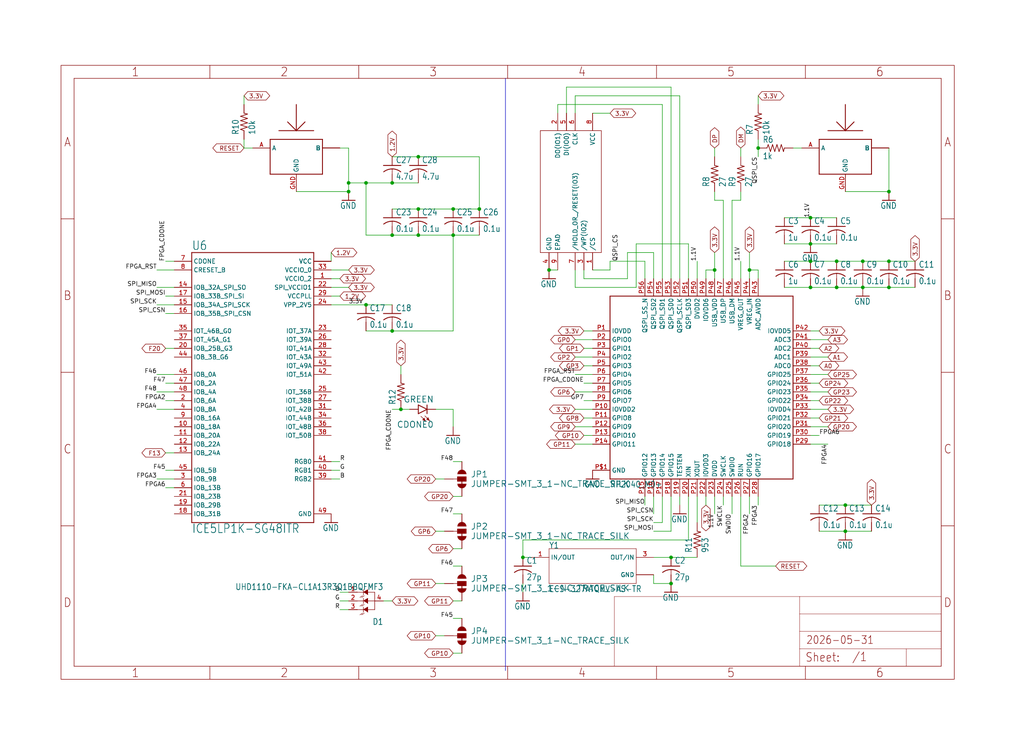
<source format=kicad_sch>
(kicad_sch (version 20231120) (generator "eeschema") (generator_version "8.0")
  (paper "User" 298.45 217.322)
  (junction (at 101.6 53.34))
  (junction (at 132.08 60.96))
  (junction (at 243.84 83.82))
  (junction (at 208.28 78.74))
  (junction (at 236.22 71.12))
  (junction (at 236.22 76.2))
  (junction (at 114.3 53.34))
  (junction (at 132.08 68.58))
  (junction (at 251.46 83.82))
  (junction (at 218.44 78.74))
  (junction (at 195.58 170.18))
  (junction (at 259.08 83.82))
  (junction (at 236.22 83.82))
  (junction (at 246.38 154.94))
  (junction (at 251.46 76.2))
  (junction (at 121.92 60.96))
  (junction (at 236.22 63.5))
  (junction (at 106.68 88.9))
  (junction (at 114.3 68.58))
  (junction (at 152.4 162.56))
  (junction (at 160.02 78.74))
  (junction (at 121.92 45.72))
  (junction (at 121.92 68.58))
  (junction (at 116.84 119.38))
  (junction (at 246.38 147.32))
  (junction (at 220.98 43.18))
  (junction (at 101.6 55.88))
  (junction (at 106.68 53.34))
  (junction (at 243.84 76.2))
  (junction (at 114.3 96.52))
  (junction (at 195.58 162.56))
  (junction (at 259.08 76.2))
  (junction (at 139.7 60.96))
  (junction (at 259.08 55.88))
  (wire (pts (xy 193.04 152.4) (xy 190.5 152.4)) (stroke (width 0.1524)))
  (wire (pts (xy 190.5 170.18) (xy 195.58 170.18)) (stroke (width 0.1524)))
  (wire (pts (xy 50.8 119.38) (xy 45.72 119.38)) (stroke (width 0.1524)))
  (wire (pts (xy 172.72 109.22) (xy 167.64 109.22)) (stroke (width 0.1524)))
  (wire (pts (xy 50.8 114.3) (xy 45.72 114.3)) (stroke (width 0.1524)))
  (wire (pts (xy 152.4 170.18) (xy 152.4 172.72)) (stroke (width 0.1524)))
  (wire (pts (xy 236.22 63.5) (xy 228.6 63.5)) (stroke (width 0.1524)))
  (wire (pts (xy 96.52 81.28) (xy 99.06 81.28)) (stroke (width 0.1524)))
  (wire (pts (xy 127 119.38) (xy 132.08 119.38)) (stroke (width 0.1524)))
  (wire (pts (xy 259.08 76.2) (xy 266.7 76.2)) (stroke (width 0.1524)))
  (wire (pts (xy 215.9 144.78) (xy 215.9 165.1)) (stroke (width 0.1524)))
  (wire (pts (xy 116.84 119.38) (xy 114.3 119.38)) (stroke (width 0.1524)))
  (wire (pts (xy 167.64 27.94) (xy 198.12 27.94)) (stroke (width 0.1524)))
  (wire (pts (xy 215.9 81.28) (xy 215.9 76.2)) (stroke (width 0.1524)))
  (wire (pts (xy 200.66 71.12) (xy 200.66 81.28)) (stroke (width 0.1524)))
  (wire (pts (xy 139.7 68.58) (xy 132.08 68.58)) (stroke (width 0.1524)))
  (wire (pts (xy 71.12 40.64) (xy 71.12 43.18)) (stroke (width 0.1524)))
  (wire (pts (xy 50.8 132.08) (xy 48.26 132.08)) (stroke (width 0.1524)))
  (wire (pts (xy 50.8 78.74) (xy 45.72 78.74)) (stroke (width 0.1524)))
  (wire (pts (xy 236.22 124.46) (xy 241.3 124.46)) (stroke (width 0.1524)))
  (wire (pts (xy 187.96 76.2) (xy 177.8 76.2)) (stroke (width 0.1524)))
  (wire (pts (xy 228.6 76.2) (xy 236.22 76.2)) (stroke (width 0.1524)))
  (wire (pts (xy 195.58 154.94) (xy 190.5 154.94)) (stroke (width 0.1524)))
  (wire (pts (xy 215.9 58.42) (xy 215.9 55.88)) (stroke (width 0.1524)))
  (wire (pts (xy 101.6 172.72) (xy 99.06 172.72)) (stroke (width 0.1524)))
  (wire (pts (xy 96.52 78.74) (xy 101.6 78.74)) (stroke (width 0.1524)))
  (wire (pts (xy 96.52 76.2) (xy 96.52 73.66)) (stroke (width 0.1524)))
  (wire (pts (xy 182.88 81.28) (xy 170.18 81.28)) (stroke (width 0.1524)))
  (wire (pts (xy 96.52 139.7) (xy 99.06 139.7)) (stroke (width 0.1524)))
  (wire (pts (xy 165.1 25.4) (xy 165.1 33.02)) (stroke (width 0.1524)))
  (wire (pts (xy 101.6 53.34) (xy 101.6 55.88)) (stroke (width 0.1524)))
  (wire (pts (xy 106.68 96.52) (xy 114.3 96.52)))
  (wire (pts (xy 152.4 157.48) (xy 152.4 162.56)) (stroke (width 0.1524)))
  (wire (pts (xy 101.6 43.18) (xy 101.6 53.34)) (stroke (width 0.1524)))
  (wire (pts (xy 172.72 33.02) (xy 177.8 33.02)) (stroke (width 0.1524)))
  (wire (pts (xy 121.92 53.34) (xy 114.3 53.34)) (stroke (width 0.1524)))
  (wire (pts (xy 203.2 81.28) (xy 203.2 76.2)) (stroke (width 0.1524)))
  (wire (pts (xy 236.22 101.6) (xy 238.76 101.6)) (stroke (width 0.1524)))
  (wire (pts (xy 200.66 144.78) (xy 200.66 157.48)) (stroke (width 0.1524)))
  (wire (pts (xy 236.22 116.84) (xy 238.76 116.84)) (stroke (width 0.1524)))
  (wire (pts (xy 129.54 170.18) (xy 127 170.18)) (stroke (width 0.1524)))
  (wire (pts (xy 134.62 160.02) (xy 132.08 160.02)) (stroke (width 0.1524)))
  (wire (pts (xy 236.22 119.38) (xy 241.3 119.38)) (stroke (width 0.1524)))
  (wire (pts (xy 228.6 83.82) (xy 236.22 83.82)) (stroke (width 0.1524)))
  (wire (pts (xy 210.82 58.42) (xy 208.28 58.42)) (stroke (width 0.1524)))
  (wire (pts (xy 190.5 73.66) (xy 182.88 73.66)) (stroke (width 0.1524)))
  (wire (pts (xy 236.22 111.76) (xy 238.76 111.76)) (stroke (width 0.1524)))
  (wire (pts (xy 134.62 144.78) (xy 132.08 144.78)) (stroke (width 0.1524)))
  (wire (pts (xy 134.62 149.86) (xy 132.08 149.86)) (stroke (width 0.1524)))
  (wire (pts (xy 236.22 127) (xy 238.76 127)) (stroke (width 0.1524)))
  (wire (pts (xy 162.56 33.02) (xy 162.56 30.48)) (stroke (width 0.1524)))
  (wire (pts (xy 220.98 40.64) (xy 220.98 43.18)) (stroke (width 0.1524)))
  (wire (pts (xy 210.82 144.78) (xy 210.82 147.32)) (stroke (width 0.1524)))
  (wire (pts (xy 213.36 144.78) (xy 213.36 149.86)) (stroke (width 0.1524)))
  (wire (pts (xy 251.46 83.82) (xy 259.08 83.82)) (stroke (width 0.1524)))
  (wire (pts (xy 139.7 45.72) (xy 139.7 60.96)) (stroke (width 0.1524)))
  (wire (pts (xy 50.8 83.82) (xy 45.72 83.82)) (stroke (width 0.1524)))
  (wire (pts (xy 172.72 104.14) (xy 167.64 104.14)) (stroke (width 0.1524)))
  (wire (pts (xy 213.36 81.28) (xy 213.36 58.42)) (stroke (width 0.1524)))
  (wire (pts (xy 203.2 144.78) (xy 203.2 152.4)) (stroke (width 0.1524)))
  (wire (pts (xy 172.72 101.6) (xy 170.18 101.6)) (stroke (width 0.1524)))
  (wire (pts (xy 182.88 73.66) (xy 182.88 81.28)) (stroke (width 0.1524)))
  (wire (pts (xy 259.08 83.82) (xy 266.7 83.82)) (stroke (width 0.1524)))
  (wire (pts (xy 200.66 157.48) (xy 152.4 157.48)) (stroke (width 0.1524)))
  (wire (pts (xy 218.44 81.28) (xy 218.44 78.74)) (stroke (width 0.1524)))
  (wire (pts (xy 170.18 81.28) (xy 170.18 78.74)) (stroke (width 0.1524)))
  (wire (pts (xy 236.22 83.82) (xy 243.84 83.82)) (stroke (width 0.1524)))
  (wire (pts (xy 218.44 144.78) (xy 218.44 149.86)) (stroke (width 0.1524)))
  (wire (pts (xy 236.22 76.2) (xy 243.84 76.2)) (stroke (width 0.1524)))
  (wire (pts (xy 187.96 144.78) (xy 187.96 147.32)) (stroke (width 0.1524)))
  (wire (pts (xy 50.8 91.44) (xy 48.26 91.44)) (stroke (width 0.1524)))
  (wire (pts (xy 208.28 58.42) (xy 208.28 55.88)) (stroke (width 0.1524)))
  (wire (pts (xy 96.52 137.16) (xy 99.06 137.16)) (stroke (width 0.1524)))
  (wire (pts (xy 259.08 55.88) (xy 259.08 43.18)) (stroke (width 0.1524)))
  (wire (pts (xy 172.72 96.52) (xy 170.18 96.52)) (stroke (width 0.1524)))
  (wire (pts (xy 246.38 147.32) (xy 254 147.32)) (stroke (width 0.1524)))
  (wire (pts (xy 121.92 68.58) (xy 114.3 68.58)) (stroke (width 0.1524)))
  (wire (pts (xy 236.22 96.52) (xy 238.76 96.52)) (stroke (width 0.1524)))
  (wire (pts (xy 236.22 109.22) (xy 241.3 109.22)) (stroke (width 0.1524)))
  (wire (pts (xy 246.38 154.94) (xy 254 154.94)) (stroke (width 0.1524)))
  (wire (pts (xy 205.74 144.78) (xy 205.74 147.32)) (stroke (width 0.1524)))
  (wire (pts (xy 195.58 25.4) (xy 165.1 25.4)) (stroke (width 0.1524)))
  (wire (pts (xy 236.22 121.92) (xy 238.76 121.92)) (stroke (width 0.1524)))
  (wire (pts (xy 215.9 45.72) (xy 215.9 43.18)) (stroke (width 0.1524)))
  (wire (pts (xy 208.28 78.74) (xy 208.28 73.66)) (stroke (width 0.1524)))
  (wire (pts (xy 167.64 78.74) (xy 167.64 83.82)) (stroke (width 0.1524)))
  (wire (pts (xy 114.3 96.52) (xy 132.08 96.52)))
  (wire (pts (xy 134.62 175.26) (xy 132.08 175.26)) (stroke (width 0.1524)))
  (wire (pts (xy 172.72 119.38) (xy 167.64 119.38)) (stroke (width 0.1524)))
  (wire (pts (xy 129.54 185.42) (xy 127 185.42)) (stroke (width 0.1524)))
  (wire (pts (xy 187.96 81.28) (xy 187.96 76.2)) (stroke (width 0.1524)))
  (wire (pts (xy 162.56 78.74) (xy 160.02 78.74)) (stroke (width 0.1524)))
  (wire (pts (xy 243.84 63.5) (xy 236.22 63.5)) (stroke (width 0.1524)))
  (wire (pts (xy 195.58 162.56) (xy 203.2 162.56)) (stroke (width 0.1524)))
  (wire (pts (xy 185.42 71.12) (xy 200.66 71.12)) (stroke (width 0.1524)))
  (wire (pts (xy 218.44 78.74) (xy 220.98 78.74)) (stroke (width 0.1524)))
  (wire (pts (xy 193.04 144.78) (xy 193.04 152.4)) (stroke (width 0.1524)))
  (wire (pts (xy 50.8 116.84) (xy 48.26 116.84)) (stroke (width 0.1524)))
  (wire (pts (xy 139.7 60.96) (xy 132.08 60.96)) (stroke (width 0.1524)))
  (wire (pts (xy 99.06 43.18) (xy 101.6 43.18)) (stroke (width 0.1524)))
  (wire (pts (xy 220.98 43.18) (xy 220.98 45.72)) (stroke (width 0.1524)))
  (wire (pts (xy 210.82 81.28) (xy 210.82 58.42)) (stroke (width 0.1524)))
  (wire (pts (xy 243.84 76.2) (xy 251.46 76.2)) (stroke (width 0.1524)))
  (wire (pts (xy 172.72 106.68) (xy 170.18 106.68)) (stroke (width 0.1524)))
  (wire (pts (xy 101.6 177.8) (xy 99.06 177.8)) (stroke (width 0.1524)))
  (wire (pts (xy 116.84 109.22) (xy 116.84 106.68)) (stroke (width 0.1524)))
  (wire (pts (xy 172.72 111.76) (xy 170.18 111.76)) (stroke (width 0.1524)))
  (wire (pts (xy 71.12 30.48) (xy 71.12 27.94)) (stroke (width 0.1524)))
  (wire (pts (xy 121.92 60.96) (xy 114.3 60.96)) (stroke (width 0.1524)))
  (wire (pts (xy 106.68 68.58) (xy 106.68 53.34)) (stroke (width 0.1524)))
  (wire (pts (xy 215.9 165.1) (xy 226.06 165.1)) (stroke (width 0.1524)))
  (wire (pts (xy 236.22 99.06) (xy 241.3 99.06)) (stroke (width 0.1524)))
  (wire (pts (xy 172.72 114.3) (xy 167.64 114.3)) (stroke (width 0.1524)))
  (wire (pts (xy 172.72 129.54) (xy 167.64 129.54)) (stroke (width 0.1524)))
  (wire (pts (xy 50.8 139.7) (xy 45.72 139.7)) (stroke (width 0.1524)))
  (wire (pts (xy 114.3 53.34) (xy 106.68 53.34)) (stroke (width 0.1524)))
  (wire (pts (xy 167.64 33.02) (xy 167.64 27.94)) (stroke (width 0.1524)))
  (wire (pts (xy 134.62 180.34) (xy 132.08 180.34)) (stroke (width 0.1524)))
  (wire (pts (xy 190.5 162.56) (xy 195.58 162.56)) (stroke (width 0.1524)))
  (wire (pts (xy 162.56 30.48) (xy 193.04 30.48)) (stroke (width 0.1524)))
  (wire (pts (xy 111.76 175.26) (xy 114.3 175.26)) (stroke (width 0.1524)))
  (wire (pts (xy 238.76 154.94) (xy 246.38 154.94)) (stroke (width 0.1524)))
  (wire (pts (xy 172.72 127) (xy 170.18 127)) (stroke (width 0.1524)))
  (wire (pts (xy 236.22 106.68) (xy 238.76 106.68)) (stroke (width 0.1524)))
  (wire (pts (xy 96.52 86.36) (xy 99.06 86.36)) (stroke (width 0.1524)))
  (wire (pts (xy 132.08 60.96) (xy 121.92 60.96)) (stroke (width 0.1524)))
  (wire (pts (xy 50.8 76.2) (xy 48.26 76.2)) (stroke (width 0.1524)))
  (wire (pts (xy 172.72 121.92) (xy 170.18 121.92)) (stroke (width 0.1524)))
  (wire (pts (xy 132.08 96.52) (xy 132.08 68.58)))
  (wire (pts (xy 190.5 81.28) (xy 190.5 73.66)) (stroke (width 0.1524)))
  (wire (pts (xy 198.12 144.78) (xy 198.12 147.32)) (stroke (width 0.1524)))
  (wire (pts (xy 172.72 99.06) (xy 167.64 99.06)) (stroke (width 0.1524)))
  (wire (pts (xy 193.04 30.48) (xy 193.04 81.28)) (stroke (width 0.1524)))
  (wire (pts (xy 132.08 119.38) (xy 132.08 124.46)) (stroke (width 0.1524)))
  (wire (pts (xy 233.68 43.18) (xy 231.14 43.18)) (stroke (width 0.1524)))
  (wire (pts (xy 106.68 53.34) (xy 101.6 53.34)) (stroke (width 0.1524)))
  (wire (pts (xy 129.54 154.94) (xy 127 154.94)) (stroke (width 0.1524)))
  (wire (pts (xy 50.8 142.24) (xy 48.26 142.24)) (stroke (width 0.1524)))
  (wire (pts (xy 190.5 144.78) (xy 190.5 149.86)) (stroke (width 0.1524)))
  (wire (pts (xy 220.98 144.78) (xy 220.98 147.32)) (stroke (width 0.1524)))
  (wire (pts (xy 50.8 88.9) (xy 45.72 88.9)) (stroke (width 0.1524)))
  (wire (pts (xy 134.62 190.5) (xy 132.08 190.5)) (stroke (width 0.1524)))
  (wire (pts (xy 228.6 71.12) (xy 236.22 71.12)) (stroke (width 0.1524)))
  (wire (pts (xy 50.8 109.22) (xy 45.72 109.22)) (stroke (width 0.1524)))
  (wire (pts (xy 73.66 43.18) (xy 71.12 43.18)) (stroke (width 0.1524)))
  (wire (pts (xy 50.8 101.6) (xy 48.26 101.6)) (stroke (width 0.1524)))
  (wire (pts (xy 121.92 45.72) (xy 139.7 45.72)) (stroke (width 0.1524)))
  (wire (pts (xy 198.12 27.94) (xy 198.12 81.28)) (stroke (width 0.1524)))
  (wire (pts (xy 101.6 55.88) (xy 86.36 55.88)) (stroke (width 0.1524)))
  (wire (pts (xy 116.84 119.38) (xy 119.38 119.38)) (stroke (width 0.1524)))
  (wire (pts (xy 213.36 58.42) (xy 215.9 58.42)) (stroke (width 0.1524)))
  (wire (pts (xy 50.8 137.16) (xy 48.26 137.16)) (stroke (width 0.1524)))
  (wire (pts (xy 220.98 78.74) (xy 220.98 81.28)) (stroke (width 0.1524)))
  (wire (pts (xy 177.8 78.74) (xy 172.72 78.74)) (stroke (width 0.1524)))
  (wire (pts (xy 96.52 83.82) (xy 101.6 83.82)) (stroke (width 0.1524)))
  (wire (pts (xy 185.42 83.82) (xy 185.42 71.12)) (stroke (width 0.1524)))
  (wire (pts (xy 236.22 114.3) (xy 241.3 114.3)) (stroke (width 0.1524)))
  (wire (pts (xy 208.28 144.78) (xy 208.28 149.86)) (stroke (width 0.1524)))
  (wire (pts (xy 236.22 129.54) (xy 241.3 129.54)) (stroke (width 0.1524)))
  (wire (pts (xy 220.98 30.48) (xy 220.98 27.94)) (stroke (width 0.1524)))
  (wire (pts (xy 106.68 88.9) (xy 114.3 88.9)) (stroke (width 0.1524)))
  (wire (pts (xy 195.58 81.28) (xy 195.58 25.4)) (stroke (width 0.1524)))
  (wire (pts (xy 101.6 175.26) (xy 99.06 175.26)) (stroke (width 0.1524)))
  (wire (pts (xy 177.8 76.2) (xy 177.8 78.74)) (stroke (width 0.1524)))
  (wire (pts (xy 246.38 55.88) (xy 259.08 55.88)) (stroke (width 0.1524)))
  (wire (pts (xy 114.3 68.58) (xy 106.68 68.58)) (stroke (width 0.1524)))
  (wire (pts (xy 205.74 78.74) (xy 208.28 78.74)) (stroke (width 0.1524)))
  (wire (pts (xy 134.62 134.62) (xy 132.08 134.62)) (stroke (width 0.1524)))
  (wire (pts (xy 195.58 144.78) (xy 195.58 154.94)) (stroke (width 0.1524)))
  (polyline (pts (xy 147.32 22.86) (xy 147.32 195.58)) (stroke (width 0.1524) (type solid)))
  (wire (pts (xy 205.74 81.28) (xy 205.74 78.74)) (stroke (width 0.1524)))
  (wire (pts (xy 208.28 81.28) (xy 208.28 78.74)) (stroke (width 0.1524)))
  (wire (pts (xy 152.4 162.56) (xy 154.94 162.56)) (stroke (width 0.1524)))
  (wire (pts (xy 251.46 76.2) (xy 259.08 76.2)) (stroke (width 0.1524)))
  (wire (pts (xy 167.64 83.82) (xy 185.42 83.82)) (stroke (width 0.1524)))
  (wire (pts (xy 132.08 68.58) (xy 121.92 68.58)) (stroke (width 0.1524)))
  (wire (pts (xy 50.8 86.36) (xy 48.26 86.36)) (stroke (width 0.1524)))
  (wire (pts (xy 238.76 147.32) (xy 246.38 147.32)) (stroke (width 0.1524)))
  (wire (pts (xy 172.72 116.84) (xy 170.18 116.84)) (stroke (width 0.1524)))
  (wire (pts (xy 243.84 83.82) (xy 251.46 83.82)) (stroke (width 0.1524)))
  (wire (pts (xy 50.8 111.76) (xy 48.26 111.76)) (stroke (width 0.1524)))
  (wire (pts (xy 134.62 165.1) (xy 132.08 165.1)) (stroke (width 0.1524)))
  (wire (pts (xy 172.72 124.46) (xy 167.64 124.46)) (stroke (width 0.1524)))
  (wire (pts (xy 114.3 45.72) (xy 121.92 45.72)) (stroke (width 0.1524)))
  (wire (pts (xy 129.54 139.7) (xy 127 139.7)) (stroke (width 0.1524)))
  (wire (pts (xy 218.44 78.74) (xy 218.44 73.66)) (stroke (width 0.1524)))
  (wire (pts (xy 190.5 167.64) (xy 190.5 170.18)) (stroke (width 0.1524)))
  (wire (pts (xy 208.28 45.72) (xy 208.28 43.18)) (stroke (width 0.1524)))
  (wire (pts (xy 236.22 104.14) (xy 241.3 104.14)) (stroke (width 0.1524)))
  (wire (pts (xy 96.52 88.9) (xy 106.68 88.9)) (stroke (width 0.1524)))
  (wire (pts (xy 236.22 71.12) (xy 243.84 71.12)) (stroke (width 0.1524)))
  (wire (pts (xy 96.52 134.62) (xy 99.06 134.62)) (stroke (width 0.1524)))
  (label "GP7" (at 170.18 116.84 180) (effects (font (size 1.2446 1.2446))))
  (label "FPGA3" (at 45.72 139.7 180) (effects (font (size 1.2446 1.2446))))
  (label "SPI_SCK" (at 45.72 88.9 180) (effects (font (size 1.2446 1.2446))))
  (label "SPI_MOSI" (at 190.5 154.94 180) (effects (font (size 1.2446 1.2446))))
  (label "F45" (at 48.26 137.16 180) (effects (font (size 1.2446 1.2446))))
  (label "F47" (at 132.08 149.86 180) (effects (font (size 1.2446 1.2446))))
  (label "FPGA2" (at 218.44 149.86 270) (effects (font (size 1.2446 1.2446))))
  (label "F45" (at 132.08 180.34 180) (effects (font (size 1.2446 1.2446))))
  (label "SPI_MISO" (at 187.96 147.32 180) (effects (font (size 1.2446 1.2446))))
  (label "SPI_CSN" (at 48.26 91.44 180) (effects (font (size 1.2446 1.2446))))
  (label "FPGA_CDONE" (at 170.18 111.76 180) (effects (font (size 1.2446 1.2446))))
  (label "1.1V" (at 203.2 76.2 90) (effects (font (size 1.2446 1.2446))))
  (label "QSPI_CS" (at 220.98 45.72 270) (effects (font (size 1.2446 1.2446))))
  (label "FPGA_CDONE" (at 114.3 119.38 270) (effects (font (size 1.2446 1.2446))))
  (label "FPGA6" (at 238.76 127 0) (effects (font (size 1.2446 1.2446))))
  (label "SWCLK" (at 210.82 147.32 270) (effects (font (size 1.2446 1.2446))))
  (label "FPGA_RST" (at 167.64 109.22 180) (effects (font (size 1.2446 1.2446))))
  (label "3.3V" (at 101.6 88.9 0) (effects (font (size 1.2446 1.2446))))
  (label "R" (at 99.06 177.8 180) (effects (font (size 1.2446 1.2446))))
  (label "R" (at 99.06 134.62 0) (effects (font (size 1.2446 1.2446))))
  (label "FPGA2" (at 48.26 116.84 180) (effects (font (size 1.2446 1.2446))))
  (label "SPI_SCK" (at 190.5 152.4 180) (effects (font (size 1.2446 1.2446))))
  (label "F48" (at 132.08 134.62 180) (effects (font (size 1.2446 1.2446))))
  (label "B" (at 99.06 172.72 180) (effects (font (size 1.2446 1.2446))))
  (label "FPGA3" (at 220.98 147.32 270) (effects (font (size 1.2446 1.2446))))
  (label "FPGA4" (at 241.3 129.54 270) (effects (font (size 1.2446 1.2446))))
  (label "G" (at 99.06 175.26 180) (effects (font (size 1.2446 1.2446))))
  (label "FPGA_CDONE" (at 48.26 76.2 90) (effects (font (size 1.2446 1.2446))))
  (label "SPI_MISO" (at 45.72 83.82 180) (effects (font (size 1.2446 1.2446))))
  (label "FPGA_RST" (at 45.72 78.74 180) (effects (font (size 1.2446 1.2446))))
  (label "SWDIO" (at 213.36 149.86 270) (effects (font (size 1.2446 1.2446))))
  (label "1.1V" (at 208.28 149.86 270) (effects (font (size 1.2446 1.2446))))
  (label "SPI_MOSI" (at 48.26 86.36 180) (effects (font (size 1.2446 1.2446))))
  (label "F46" (at 132.08 165.1 180) (effects (font (size 1.2446 1.2446))))
  (label "1.1V" (at 236.22 63.5 90) (effects (font (size 1.2446 1.2446))))
  (label "QSPI_CS" (at 180.34 76.2 90) (effects (font (size 1.2446 1.2446))))
  (label "B" (at 99.06 139.7 0) (effects (font (size 1.2446 1.2446))))
  (label "FPGA6" (at 48.26 142.24 180) (effects (font (size 1.2446 1.2446))))
  (label "F46" (at 45.72 109.22 180) (effects (font (size 1.2446 1.2446))))
  (label "SPI_CSN" (at 190.5 149.86 180) (effects (font (size 1.2446 1.2446))))
  (label "G" (at 99.06 137.16 0) (effects (font (size 1.2446 1.2446))))
  (label "FPGA4" (at 45.72 119.38 180) (effects (font (size 1.2446 1.2446))))
  (label "1.1V" (at 215.9 76.2 90) (effects (font (size 1.2446 1.2446))))
  (label "F47" (at 48.26 111.76 180) (effects (font (size 1.2446 1.2446))))
  (label "F48" (at 45.72 114.3 180) (effects (font (size 1.2446 1.2446))))
  (global_label "3.3V" (shape bidirectional) (at 266.7 76.2 90) (effects (font (size 1.2446 1.2446))) (property "Intersheetrefs" "${INTERSHEET_REFS}" (effects (hide yes))))
  (global_label "A3" (shape bidirectional) (at 241.3 99.06 0) (effects (font (size 1.2446 1.2446))) (property "Intersheetrefs" "${INTERSHEET_REFS}" (effects (hide yes))))
  (global_label "3.3V" (shape bidirectional) (at 170.18 96.52 180) (effects (font (size 1.2446 1.2446))) (property "Intersheetrefs" "${INTERSHEET_REFS}" (effects (hide yes))))
  (global_label "GP25" (shape bidirectional) (at 241.3 109.22 0) (effects (font (size 1.2446 1.2446))) (property "Intersheetrefs" "${INTERSHEET_REFS}" (effects (hide yes))))
  (global_label "A2" (shape bidirectional) (at 238.76 101.6 0) (effects (font (size 1.2446 1.2446))) (property "Intersheetrefs" "${INTERSHEET_REFS}" (effects (hide yes))))
  (global_label "GP1" (shape bidirectional) (at 170.18 101.6 180) (effects (font (size 1.2446 1.2446))) (property "Intersheetrefs" "${INTERSHEET_REFS}" (effects (hide yes))))
  (global_label "DP" (shape bidirectional) (at 208.28 43.18 90) (effects (font (size 1.2446 1.2446))) (property "Intersheetrefs" "${INTERSHEET_REFS}" (effects (hide yes))))
  (global_label "1.2V" (shape bidirectional) (at 96.52 73.66 0) (effects (font (size 1.2446 1.2446))) (property "Intersheetrefs" "${INTERSHEET_REFS}" (effects (hide yes))))
  (global_label "3.3V" (shape bidirectional) (at 220.98 27.94 0) (effects (font (size 1.2446 1.2446))) (property "Intersheetrefs" "${INTERSHEET_REFS}" (effects (hide yes))))
  (global_label "GP6" (shape bidirectional) (at 167.64 114.3 180) (effects (font (size 1.2446 1.2446))) (property "Intersheetrefs" "${INTERSHEET_REFS}" (effects (hide yes))))
  (global_label "GP11" (shape bidirectional) (at 132.08 175.26 180) (effects (font (size 1.2446 1.2446))) (property "Intersheetrefs" "${INTERSHEET_REFS}" (effects (hide yes))))
  (global_label "GP24" (shape bidirectional) (at 238.76 111.76 0) (effects (font (size 1.2446 1.2446))) (property "Intersheetrefs" "${INTERSHEET_REFS}" (effects (hide yes))))
  (global_label "A1" (shape bidirectional) (at 241.3 104.14 0) (effects (font (size 1.2446 1.2446))) (property "Intersheetrefs" "${INTERSHEET_REFS}" (effects (hide yes))))
  (global_label "GP6" (shape bidirectional) (at 127 154.94 180) (effects (font (size 1.2446 1.2446))) (property "Intersheetrefs" "${INTERSHEET_REFS}" (effects (hide yes))))
  (global_label "GP3" (shape bidirectional) (at 170.18 106.68 180) (effects (font (size 1.2446 1.2446))) (property "Intersheetrefs" "${INTERSHEET_REFS}" (effects (hide yes))))
  (global_label "RESET" (shape bidirectional) (at 71.12 43.18 180) (effects (font (size 1.2446 1.2446))) (property "Intersheetrefs" "${INTERSHEET_REFS}" (effects (hide yes))))
  (global_label "GP21" (shape bidirectional) (at 238.76 121.92 0) (effects (font (size 1.2446 1.2446))) (property "Intersheetrefs" "${INTERSHEET_REFS}" (effects (hide yes))))
  (global_label "3.3V" (shape bidirectional) (at 116.84 106.68 90) (effects (font (size 1.2446 1.2446))) (property "Intersheetrefs" "${INTERSHEET_REFS}" (effects (hide yes))))
  (global_label "GP20" (shape bidirectional) (at 241.3 124.46 0) (effects (font (size 1.2446 1.2446))) (property "Intersheetrefs" "${INTERSHEET_REFS}" (effects (hide yes))))
  (global_label "GP10" (shape bidirectional) (at 127 185.42 180) (effects (font (size 1.2446 1.2446))) (property "Intersheetrefs" "${INTERSHEET_REFS}" (effects (hide yes))))
  (global_label "GP6" (shape bidirectional) (at 132.08 160.02 180) (effects (font (size 1.2446 1.2446))) (property "Intersheetrefs" "${INTERSHEET_REFS}" (effects (hide yes))))
  (global_label "GP11" (shape bidirectional) (at 127 170.18 180) (effects (font (size 1.2446 1.2446))) (property "Intersheetrefs" "${INTERSHEET_REFS}" (effects (hide yes))))
  (global_label "F20" (shape bidirectional) (at 48.26 101.6 180) (effects (font (size 1.2446 1.2446))) (property "Intersheetrefs" "${INTERSHEET_REFS}" (effects (hide yes))))
  (global_label "RESET" (shape bidirectional) (at 226.06 165.1 0) (effects (font (size 1.2446 1.2446))) (property "Intersheetrefs" "${INTERSHEET_REFS}" (effects (hide yes))))
  (global_label "GP9" (shape bidirectional) (at 167.64 124.46 180) (effects (font (size 1.2446 1.2446))) (property "Intersheetrefs" "${INTERSHEET_REFS}" (effects (hide yes))))
  (global_label "GP11" (shape bidirectional) (at 167.64 129.54 180) (effects (font (size 1.2446 1.2446))) (property "Intersheetrefs" "${INTERSHEET_REFS}" (effects (hide yes))))
  (global_label "GP2" (shape bidirectional) (at 167.64 104.14 180) (effects (font (size 1.2446 1.2446))) (property "Intersheetrefs" "${INTERSHEET_REFS}" (effects (hide yes))))
  (global_label "3.3V" (shape bidirectional) (at 101.6 83.82 0) (effects (font (size 1.2446 1.2446))) (property "Intersheetrefs" "${INTERSHEET_REFS}" (effects (hide yes))))
  (global_label "3.3V" (shape bidirectional) (at 218.44 73.66 90) (effects (font (size 1.2446 1.2446))) (property "Intersheetrefs" "${INTERSHEET_REFS}" (effects (hide yes))))
  (global_label "3.3V" (shape bidirectional) (at 177.8 33.02 0) (effects (font (size 1.2446 1.2446))) (property "Intersheetrefs" "${INTERSHEET_REFS}" (effects (hide yes))))
  (global_label "GP20" (shape bidirectional) (at 132.08 144.78 180) (effects (font (size 1.2446 1.2446))) (property "Intersheetrefs" "${INTERSHEET_REFS}" (effects (hide yes))))
  (global_label "GP10" (shape bidirectional) (at 132.08 190.5 180) (effects (font (size 1.2446 1.2446))) (property "Intersheetrefs" "${INTERSHEET_REFS}" (effects (hide yes))))
  (global_label "3.3V" (shape bidirectional) (at 71.12 27.94 0) (effects (font (size 1.2446 1.2446))) (property "Intersheetrefs" "${INTERSHEET_REFS}" (effects (hide yes))))
  (global_label "GP22" (shape bidirectional) (at 238.76 116.84 0) (effects (font (size 1.2446 1.2446))) (property "Intersheetrefs" "${INTERSHEET_REFS}" (effects (hide yes))))
  (global_label "3.3V" (shape bidirectional) (at 238.76 96.52 0) (effects (font (size 1.2446 1.2446))) (property "Intersheetrefs" "${INTERSHEET_REFS}" (effects (hide yes))))
  (global_label "3.3V" (shape bidirectional) (at 241.3 119.38 0) (effects (font (size 1.2446 1.2446))) (property "Intersheetrefs" "${INTERSHEET_REFS}" (effects (hide yes))))
  (global_label "3.3V" (shape bidirectional) (at 167.64 119.38 180) (effects (font (size 1.2446 1.2446))) (property "Intersheetrefs" "${INTERSHEET_REFS}" (effects (hide yes))))
  (global_label "GP8" (shape bidirectional) (at 170.18 121.92 180) (effects (font (size 1.2446 1.2446))) (property "Intersheetrefs" "${INTERSHEET_REFS}" (effects (hide yes))))
  (global_label "1.2V" (shape bidirectional) (at 99.06 86.36 0) (effects (font (size 1.2446 1.2446))) (property "Intersheetrefs" "${INTERSHEET_REFS}" (effects (hide yes))))
  (global_label "F13" (shape bidirectional) (at 48.26 132.08 180) (effects (font (size 1.2446 1.2446))) (property "Intersheetrefs" "${INTERSHEET_REFS}" (effects (hide yes))))
  (global_label "GP10" (shape bidirectional) (at 170.18 127 180) (effects (font (size 1.2446 1.2446))) (property "Intersheetrefs" "${INTERSHEET_REFS}" (effects (hide yes))))
  (global_label "3.3V" (shape bidirectional) (at 208.28 73.66 90) (effects (font (size 1.2446 1.2446))) (property "Intersheetrefs" "${INTERSHEET_REFS}" (effects (hide yes))))
  (global_label "3.3V" (shape bidirectional) (at 205.74 147.32 270) (effects (font (size 1.2446 1.2446))) (property "Intersheetrefs" "${INTERSHEET_REFS}" (effects (hide yes))))
  (global_label "3.3V" (shape bidirectional) (at 99.06 81.28 0) (effects (font (size 1.2446 1.2446))) (property "Intersheetrefs" "${INTERSHEET_REFS}" (effects (hide yes))))
  (global_label "A0" (shape bidirectional) (at 238.76 106.68 0) (effects (font (size 1.2446 1.2446))) (property "Intersheetrefs" "${INTERSHEET_REFS}" (effects (hide yes))))
  (global_label "1.2V" (shape bidirectional) (at 114.3 45.72 90) (effects (font (size 1.2446 1.2446))) (property "Intersheetrefs" "${INTERSHEET_REFS}" (effects (hide yes))))
  (global_label "3.3V" (shape bidirectional) (at 114.3 175.26 0) (effects (font (size 1.2446 1.2446))) (property "Intersheetrefs" "${INTERSHEET_REFS}" (effects (hide yes))))
  (global_label "3.3V" (shape bidirectional) (at 101.6 78.74 0) (effects (font (size 1.2446 1.2446))) (property "Intersheetrefs" "${INTERSHEET_REFS}" (effects (hide yes))))
  (global_label "GP0" (shape bidirectional) (at 167.64 99.06 180) (effects (font (size 1.2446 1.2446))) (property "Intersheetrefs" "${INTERSHEET_REFS}" (effects (hide yes))))
  (global_label "GP20" (shape bidirectional) (at 127 139.7 180) (effects (font (size 1.2446 1.2446))) (property "Intersheetrefs" "${INTERSHEET_REFS}" (effects (hide yes))))
  (global_label "DM" (shape bidirectional) (at 215.9 43.18 90) (effects (font (size 1.2446 1.2446))) (property "Intersheetrefs" "${INTERSHEET_REFS}" (effects (hide yes))))
  (global_label "3.3V" (shape bidirectional) (at 254 147.32 90) (effects (font (size 1.2446 1.2446))) (property "Intersheetrefs" "${INTERSHEET_REFS}" (effects (hide yes))))
  (global_label "GP23" (shape bidirectional) (at 241.3 114.3 0) (effects (font (size 1.2446 1.2446))) (property "Intersheetrefs" "${INTERSHEET_REFS}" (effects (hide yes))))
  (symbol (lib_id "RPGA Feather-eagle-import:GND") (at 246.38 157.48 0) (unit 1)
    (property "Reference" "#GND09" (effects (hide yes)))
    (property "Value" "GND" (at 243.84 160.02 0) (effects (font (size 1.778 1.5113)) (justify left bottom)))
  )
  (symbol (lib_id "RPGA Feather-eagle-import:R-US_R0402") (at 215.9 50.8 90) (unit 1)
    (property "Reference" "R9" (at 214.4014 54.61 0) (effects (font (size 1.778 1.5113)) (justify left bottom)))
    (property "Value" "27" (at 219.202 54.61 0) (effects (font (size 1.778 1.5113)) (justify left bottom)))
    (property "Footprint" "RPGA Feather:R0402" (effects (hide yes)))
  )
  (symbol (lib_id "RPGA Feather-eagle-import:JUMPER-SMT_3_1-NC_TRACE_SILK") (at 134.62 185.42 0) (unit 1)
    (property "Reference" "JP4" (at 137.16 185.039 0) (effects (font (size 1.778 1.778)) (justify left bottom)))
    (property "Value" "JUMPER-SMT_3_1-NC_TRACE_SILK" (at 137.16 185.801 0) (effects (font (size 1.778 1.778)) (justify left top)))
    (property "Footprint" "RPGA Feather:SMT-JUMPER_3_1-NC_TRACE_SILK" (effects (hide yes)))
  )
  (symbol (lib_id "RPGA Feather-eagle-import:adafruit_C-USC0402") (at 243.84 78.74 0) (unit 1)
    (property "Reference" "C8" (at 244.856 78.105 0) (effects (font (size 1.778 1.5113)) (justify left bottom)))
    (property "Value" "0.1u" (at 244.856 82.931 0) (effects (font (size 1.778 1.5113)) (justify left bottom)))
    (property "Footprint" "Capacitor_SMD:C_0402_1005Metric" (effects (hide yes)))
  )
  (symbol (lib_id "RPGA Feather-eagle-import:GND") (at 259.08 58.42 0) (unit 1)
    (property "Reference" "#GND03" (effects (hide yes)))
    (property "Value" "GND" (at 256.54 60.96 0) (effects (font (size 1.778 1.5113)) (justify left bottom)))
  )
  (symbol (lib_id "RPGA Feather-eagle-import:adafruit_C-USC0402") (at 236.22 66.04 0) (unit 1)
    (property "Reference" "C4" (at 237.236 65.405 0) (effects (font (size 1.778 1.5113)) (justify left bottom)))
    (property "Value" "0.1u" (at 237.236 70.231 0) (effects (font (size 1.778 1.5113)) (justify left bottom)))
    (property "Footprint" "Capacitor_SMD:C_0402_1005Metric" (effects (hide yes)))
  )
  (symbol (lib_id "RPGA Feather-eagle-import:RP2040_M0+") (at 205.74 111.76 0) (unit 1)
    (property "Reference" "U$3" (effects (hide yes)))
    (property "Value" "RP2040_M0+" (at 177.8 142.24 0) (effects (font (size 1.778 1.5113)) (justify left bottom)))
    (property "Footprint" "RPGA Feather:QFN-56" (effects (hide yes)))
  )
  (symbol (lib_id "RPGA Feather-eagle-import:ECS-327ATQMV-AS-TR") (at 172.72 165.1 0) (unit 1)
    (property "Reference" "Y1" (at 159.9922 160.0089 0) (effects (font (size 1.7879 1.5197)) (justify left bottom)))
    (property "Value" "ECS-327ATQMV-AS-TR" (at 160.0002 172.7319 0) (effects (font (size 1.7829 1.5154)) (justify left bottom)))
    (property "Footprint" "RPGA Feather:XTAL_ECS-327ATQMV-AS-TR" (effects (hide yes)))
  )
  (symbol (lib_id "RPGA Feather-eagle-import:C-USC0603") (at 114.3 48.26 0) (unit 1)
    (property "Reference" "C27" (at 115.316 47.625 0) (effects (font (size 1.778 1.5113)) (justify left bottom)))
    (property "Value" "4.7u" (at 115.316 52.451 0) (effects (font (size 1.778 1.5113)) (justify left bottom)))
    (property "Footprint" "Capacitor_SMD:C_0603_1608Metric" (effects (hide yes)))
  )
  (symbol (lib_id "RPGA Feather-eagle-import:adafruit_C-USC0402") (at 195.58 165.1 0) (unit 1)
    (property "Reference" "C2" (at 196.596 164.465 0) (effects (font (size 1.778 1.5113)) (justify left bottom)))
    (property "Value" "27p" (at 196.596 169.291 0) (effects (font (size 1.778 1.5113)) (justify left bottom)))
    (property "Footprint" "Capacitor_SMD:C_0402_1005Metric" (effects (hide yes)))
  )
  (symbol (lib_id "RPGA Feather-eagle-import:C-USC0603") (at 121.92 48.26 0) (unit 1)
    (property "Reference" "C28" (at 122.936 47.625 0) (effects (font (size 1.778 1.5113)) (justify left bottom)))
    (property "Value" "4.7u" (at 122.936 52.451 0) (effects (font (size 1.778 1.5113)) (justify left bottom)))
    (property "Footprint" "Capacitor_SMD:C_0603_1608Metric" (effects (hide yes)))
  )
  (symbol (lib_id "RPGA Feather-eagle-import:R-US_R0402") (at 203.2 157.48 90) (unit 1)
    (property "Reference" "R11" (at 201.7014 161.29 0) (effects (font (size 1.778 1.5113)) (justify left bottom)))
    (property "Value" "953" (at 206.502 161.29 0) (effects (font (size 1.778 1.5113)) (justify left bottom)))
    (property "Footprint" "RPGA Feather:R0402" (effects (hide yes)))
  )
  (symbol (lib_id "RPGA Feather-eagle-import:SOF-232HST") (at 71.12 53.34 0) (unit 1)
    (property "Reference" "U$4" (effects (hide yes)))
    (property "Value" "SOF-232HST" (effects (hide yes)))
    (property "Footprint" "RPGA Feather:3.3X2.9" (effects (hide yes)))
  )
  (symbol (lib_id "RPGA Feather-eagle-import:adafruit_C-USC0402") (at 259.08 78.74 0) (unit 1)
    (property "Reference" "C10" (at 260.096 78.105 0) (effects (font (size 1.778 1.5113)) (justify left bottom)))
    (property "Value" "0.1u" (at 260.096 82.931 0) (effects (font (size 1.778 1.5113)) (justify left bottom)))
    (property "Footprint" "Capacitor_SMD:C_0402_1005Metric" (effects (hide yes)))
  )
  (symbol (lib_id "RPGA Feather-eagle-import:adafruit_C-USC0402") (at 266.7 78.74 0) (unit 1)
    (property "Reference" "C11" (at 267.716 78.105 0) (effects (font (size 1.778 1.5113)) (justify left bottom)))
    (property "Value" "0.1u" (at 267.716 82.931 0) (effects (font (size 1.778 1.5113)) (justify left bottom)))
    (property "Footprint" "Capacitor_SMD:C_0402_1005Metric" (effects (hide yes)))
  )
  (symbol (lib_id "RPGA Feather-eagle-import:GND") (at 152.4 175.26 0) (unit 1)
    (property "Reference" "#GND07" (effects (hide yes)))
    (property "Value" "GND" (at 149.86 177.8 0) (effects (font (size 1.778 1.5113)) (justify left bottom)))
  )
  (symbol (lib_id "RPGA Feather-eagle-import:adafruit_C-USC0402") (at 152.4 165.1 0) (unit 1)
    (property "Reference" "C1" (at 153.416 164.465 0) (effects (font (size 1.778 1.5113)) (justify left bottom)))
    (property "Value" "27p" (at 153.416 169.291 0) (effects (font (size 1.778 1.5113)) (justify left bottom)))
    (property "Footprint" "Capacitor_SMD:C_0402_1005Metric" (effects (hide yes)))
  )
  (symbol (lib_id "RPGA Feather-eagle-import:C-USC0402") (at 139.7 63.5 0) (unit 1)
    (property "Reference" "C26" (at 140.716 62.865 0) (effects (font (size 1.778 1.5113)) (justify left bottom)))
    (property "Value" "0.1u" (at 140.716 67.691 0) (effects (font (size 1.778 1.5113)) (justify left bottom)))
    (property "Footprint" "Capacitor_SMD:C_0402_1005Metric" (effects (hide yes)))
  )
  (symbol (lib_id "RPGA Feather-eagle-import:JUMPER-SMT_3_1-NC_TRACE_SILK") (at 134.62 154.94 0) (unit 1)
    (property "Reference" "JP2" (at 137.16 154.559 0) (effects (font (size 1.778 1.778)) (justify left bottom)))
    (property "Value" "JUMPER-SMT_3_1-NC_TRACE_SILK" (at 137.16 155.321 0) (effects (font (size 1.778 1.778)) (justify left top)))
    (property "Footprint" "RPGA Feather:SMT-JUMPER_3_1-NC_TRACE_SILK" (effects (hide yes)))
  )
  (symbol (lib_id "RPGA Feather-eagle-import:R-US_R0402") (at 208.28 50.8 90) (unit 1)
    (property "Reference" "R8" (at 206.7814 54.61 0) (effects (font (size 1.778 1.5113)) (justify left bottom)))
    (property "Value" "27" (at 211.582 54.61 0) (effects (font (size 1.778 1.5113)) (justify left bottom)))
    (property "Footprint" "RPGA Feather:R0402" (effects (hide yes)))
  )
  (symbol (lib_id "RPGA Feather-eagle-import:adafruit_C-USC0402") (at 254 149.86 0) (unit 1)
    (property "Reference" "C14" (at 255.016 149.225 0) (effects (font (size 1.778 1.5113)) (justify left bottom)))
    (property "Value" "0.1u" (at 255.016 154.051 0) (effects (font (size 1.778 1.5113)) (justify left bottom)))
    (property "Footprint" "Capacitor_SMD:C_0402_1005Metric" (effects (hide yes)))
  )
  (symbol (lib_id "RPGA Feather-eagle-import:adafruit_C-USC0402") (at 243.84 66.04 0) (unit 1)
    (property "Reference" "C5" (at 244.856 65.405 0) (effects (font (size 1.778 1.5113)) (justify left bottom)))
    (property "Value" "0.1u" (at 244.856 70.231 0) (effects (font (size 1.778 1.5113)) (justify left bottom)))
    (property "Footprint" "Capacitor_SMD:C_0402_1005Metric" (effects (hide yes)))
  )
  (symbol (lib_id "RPGA Feather-eagle-import:GND") (at 101.6 58.42 0) (unit 1)
    (property "Reference" "#GND04" (effects (hide yes)))
    (property "Value" "GND" (at 99.06 60.96 0) (effects (font (size 1.778 1.5113)) (justify left bottom)))
  )
  (symbol (lib_id "RPGA Feather-eagle-import:JUMPER-SMT_3_1-NC_TRACE_SILK") (at 134.62 170.18 0) (unit 1)
    (property "Reference" "JP3" (at 137.16 169.799 0) (effects (font (size 1.778 1.778)) (justify left bottom)))
    (property "Value" "JUMPER-SMT_3_1-NC_TRACE_SILK" (at 137.16 170.561 0) (effects (font (size 1.778 1.778)) (justify left top)))
    (property "Footprint" "RPGA Feather:SMT-JUMPER_3_1-NC_TRACE_SILK" (effects (hide yes)))
  )
  (symbol (lib_id "RPGA Feather-eagle-import:LED-GREEN0603") (at 121.92 119.38 90) (unit 1)
    (property "Reference" "CDONE0" (at 126.492 122.809 90) (effects (font (size 1.778 1.778)) (justify left bottom)))
    (property "Value" "GREEN" (at 126.492 117.475 90) (effects (font (size 1.778 1.778)) (justify left top)))
    (property "Footprint" "RPGA Feather:LED-0603" (effects (hide yes)))
  )
  (symbol (lib_id "RPGA Feather-eagle-import:R-US_R0402") (at 116.84 114.3 90) (unit 1)
    (property "Reference" "R12" (at 115.3414 118.11 0) (effects (font (size 1.778 1.5113)) (justify left bottom)))
    (property "Value" "R-US_R0402" (effects (hide yes)))
    (property "Footprint" "RPGA Feather:R0402" (effects (hide yes)))
  )
  (symbol (lib_id "RPGA Feather-eagle-import:ICE5LP1K-SG48ITR") (at 73.66 114.3 0) (unit 1)
    (property "Reference" "U6" (at 55.8196 73.0124 0) (effects (font (size 2.5486 2.1663)) (justify left bottom)))
    (property "Value" "ICE5LP1K-SG48ITR" (at 55.8417 155.5365 0) (effects (font (size 2.5454 2.1635)) (justify left bottom)))
    (property "Footprint" "RPGA Feather:QFN50P700X700X100-49N" (effects (hide yes)))
  )
  (symbol (lib_id "RPGA Feather-eagle-import:adafruit_C-USC0402") (at 228.6 78.74 0) (unit 1)
    (property "Reference" "C6" (at 229.616 78.105 0) (effects (font (size 1.778 1.5113)) (justify left bottom)))
    (property "Value" "1u" (at 229.616 82.931 0) (effects (font (size 1.778 1.5113)) (justify left bottom)))
    (property "Footprint" "Capacitor_SMD:C_0402_1005Metric" (effects (hide yes)))
  )
  (symbol (lib_id "RPGA Feather-eagle-import:C-USC0402") (at 132.08 63.5 0) (unit 1)
    (property "Reference" "C25" (at 133.096 62.865 0) (effects (font (size 1.778 1.5113)) (justify left bottom)))
    (property "Value" "0.1u" (at 133.096 67.691 0) (effects (font (size 1.778 1.5113)) (justify left bottom)))
    (property "Footprint" "Capacitor_SMD:C_0402_1005Metric" (effects (hide yes)))
  )
  (symbol (lib_id "RPGA Feather-eagle-import:adafruit_C-USC0402") (at 246.38 149.86 0) (unit 1)
    (property "Reference" "C13" (at 247.396 149.225 0) (effects (font (size 1.778 1.5113)) (justify left bottom)))
    (property "Value" "0.1u" (at 247.396 154.051 0) (effects (font (size 1.778 1.5113)) (justify left bottom)))
    (property "Footprint" "Capacitor_SMD:C_0402_1005Metric" (effects (hide yes)))
  )
  (symbol (lib_id "RPGA Feather-eagle-import:GND") (at 236.22 73.66 0) (unit 1)
    (property "Reference" "#GND011" (effects (hide yes)))
    (property "Value" "GND" (at 233.68 76.2 0) (effects (font (size 1.778 1.5113)) (justify left bottom)))
  )
  (symbol (lib_id "RPGA Feather-eagle-import:C-USC0402") (at 121.92 63.5 0) (unit 1)
    (property "Reference" "C24" (at 122.936 62.865 0) (effects (font (size 1.778 1.5113)) (justify left bottom)))
    (property "Value" "0.1u" (at 122.936 67.691 0) (effects (font (size 1.778 1.5113)) (justify left bottom)))
    (property "Footprint" "Capacitor_SMD:C_0402_1005Metric" (effects (hide yes)))
  )
  (symbol (lib_id "RPGA Feather-eagle-import:GND") (at 132.08 127 0) (unit 1)
    (property "Reference" "#GND013" (effects (hide yes)))
    (property "Value" "GND" (at 129.54 129.54 0) (effects (font (size 1.778 1.5113)) (justify left bottom)))
  )
  (symbol (lib_id "RPGA Feather-eagle-import:adafruit_C-USC0402") (at 236.22 78.74 0) (unit 1)
    (property "Reference" "C7" (at 237.236 78.105 0) (effects (font (size 1.778 1.5113)) (justify left bottom)))
    (property "Value" "0.1u" (at 237.236 82.931 0) (effects (font (size 1.778 1.5113)) (justify left bottom)))
    (property "Footprint" "Capacitor_SMD:C_0402_1005Metric" (effects (hide yes)))
  )
  (symbol (lib_id "RPGA Feather-eagle-import:R-US_R0402") (at 220.98 35.56 90) (unit 1)
    (property "Reference" "R7" (at 219.4814 39.37 0) (effects (font (size 1.778 1.5113)) (justify left bottom)))
    (property "Value" "10k" (at 224.282 39.37 0) (effects (font (size 1.778 1.5113)) (justify left bottom)))
    (property "Footprint" "RPGA Feather:R0402" (effects (hide yes)))
  )
  (symbol (lib_id "RPGA Feather-eagle-import:GND") (at 198.12 149.86 0) (unit 1)
    (property "Reference" "#GND01" (effects (hide yes)))
    (property "Value" "GND" (at 195.58 152.4 0) (effects (font (size 1.778 1.5113)) (justify left bottom)))
  )
  (symbol (lib_id "RPGA Feather-eagle-import:GND") (at 96.52 152.4 0) (unit 1)
    (property "Reference" "#GND05" (effects (hide yes)))
    (property "Value" "GND" (at 93.98 154.94 0) (effects (font (size 1.778 1.5113)) (justify left bottom)))
  )
  (symbol (lib_id "RPGA Feather-eagle-import:A4L-LOC") (at 17.78 198.12 0) (unit 1)
    (property "Reference" "#FRAME2" (effects (hide yes)))
    (property "Value" "A4L-LOC" (effects (hide yes)))
  )
  (symbol (lib_id "RPGA Feather-eagle-import:R-US_R0402") (at 226.06 43.18 0) (unit 1)
    (property "Reference" "R6" (at 222.25 41.6814 0) (effects (font (size 1.778 1.5113)) (justify left bottom)))
    (property "Value" "1k" (at 222.25 46.482 0) (effects (font (size 1.778 1.5113)) (justify left bottom)))
    (property "Footprint" "RPGA Feather:R0402" (effects (hide yes)))
  )
  (symbol (lib_id "RPGA Feather-eagle-import:SOF-232HST") (at 231.14 53.34 0) (unit 1)
    (property "Reference" "U$5" (effects (hide yes)))
    (property "Value" "SOF-232HST" (effects (hide yes)))
    (property "Footprint" "RPGA Feather:3.3X2.9" (effects (hide yes)))
  )
  (symbol (lib_id "RPGA Feather-eagle-import:C-USC0402") (at 106.68 91.44 0) (unit 1)
    (property "Reference" "C17" (at 107.696 90.805 0) (effects (font (size 1.778 1.5113)) (justify left bottom)))
    (property "Value" "0.1u" (at 107.696 95.631 0) (effects (font (size 1.778 1.5113)) (justify left bottom)))
    (property "Footprint" "Capacitor_SMD:C_0402_1005Metric" (effects (hide yes)))
  )
  (symbol (lib_id "RPGA Feather-eagle-import:JUMPER-SMT_3_1-NC_TRACE_SILK") (at 134.62 139.7 0) (unit 1)
    (property "Reference" "JP1" (at 137.16 139.319 0) (effects (font (size 1.778 1.778)) (justify left bottom)))
    (property "Value" "JUMPER-SMT_3_1-NC_TRACE_SILK" (at 137.16 140.081 0) (effects (font (size 1.778 1.778)) (justify left top)))
    (property "Footprint" "RPGA Feather:SMT-JUMPER_3_1-NC_TRACE_SILK" (effects (hide yes)))
  )
  (symbol (lib_id "RPGA Feather-eagle-import:adafruit_C-USC0402") (at 228.6 66.04 0) (unit 1)
    (property "Reference" "C3" (at 229.616 65.405 0) (effects (font (size 1.778 1.5113)) (justify left bottom)))
    (property "Value" "1u" (at 229.616 70.231 0) (effects (font (size 1.778 1.5113)) (justify left bottom)))
    (property "Footprint" "Capacitor_SMD:C_0402_1005Metric" (effects (hide yes)))
  )
  (symbol (lib_id "RPGA Feather-eagle-import:GND") (at 195.58 172.72 0) (unit 1)
    (property "Reference" "#GND08" (effects (hide yes)))
    (property "Value" "GND" (at 193.04 175.26 0) (effects (font (size 1.778 1.5113)) (justify left bottom)))
  )
  (symbol (lib_id "RPGA Feather-eagle-import:C-USC0402") (at 114.3 63.5 0) (unit 1)
    (property "Reference" "C23" (at 115.316 62.865 0) (effects (font (size 1.778 1.5113)) (justify left bottom)))
    (property "Value" "0.1u" (at 115.316 67.691 0) (effects (font (size 1.778 1.5113)) (justify left bottom)))
    (property "Footprint" "Capacitor_SMD:C_0402_1005Metric" (effects (hide yes)))
  )
  (symbol (lib_id "RPGA Feather-eagle-import:C-USC0402") (at 114.3 91.44 0) (unit 1)
    (property "Reference" "C18" (at 115.316 90.805 0) (effects (font (size 1.778 1.5113)) (justify left bottom)))
    (property "Value" "0.1u" (at 115.316 95.631 0) (effects (font (size 1.778 1.5113)) (justify left bottom)))
    (property "Footprint" "Capacitor_SMD:C_0402_1005Metric" (effects (hide yes)))
  )
  (symbol (lib_id "RPGA Feather-eagle-import:GND") (at 160.02 81.28 0) (unit 1)
    (property "Reference" "#GND06" (effects (hide yes)))
    (property "Value" "GND" (at 157.48 83.82 0) (effects (font (size 1.778 1.5113)) (justify left bottom)))
  )
  (symbol (lib_id "RPGA Feather-eagle-import:adafruit_C-USC0402") (at 238.76 149.86 0) (unit 1)
    (property "Reference" "C12" (at 239.776 149.225 0) (effects (font (size 1.778 1.5113)) (justify left bottom)))
    (property "Value" "0.1u" (at 239.776 154.051 0) (effects (font (size 1.778 1.5113)) (justify left bottom)))
    (property "Footprint" "Capacitor_SMD:C_0402_1005Metric" (effects (hide yes)))
  )
  (symbol (lib_id "RPGA Feather-eagle-import:GND") (at 172.72 139.7 0) (unit 1)
    (property "Reference" "#GND02" (effects (hide yes)))
    (property "Value" "GND" (at 170.18 142.24 0) (effects (font (size 1.778 1.5113)) (justify left bottom)))
  )
  (symbol (lib_id "RPGA Feather-eagle-import:R-US_R0402") (at 71.12 35.56 90) (unit 1)
    (property "Reference" "R10" (at 69.6214 39.37 0) (effects (font (size 1.778 1.5113)) (justify left bottom)))
    (property "Value" "10k" (at 74.422 39.37 0) (effects (font (size 1.778 1.5113)) (justify left bottom)))
    (property "Footprint" "RPGA Feather:R0402" (effects (hide yes)))
  )
  (symbol (lib_id "RPGA Feather-eagle-import:UHD1110-FKA-CL1A13R3Q1BBQFMF3") (at 109.22 175.26 180) (unit 1)
    (property "Reference" "D1" (at 111.76 180.34 0) (effects (font (size 1.778 1.5113)) (justify left bottom)))
    (property "Value" "UHD1110-FKA-CL1A13R3Q1BBQFMF3" (at 111.76 170.18 0) (effects (font (size 1.778 1.5113)) (justify left bottom)))
    (property "Footprint" "RPGA Feather:LED_UHD1110-FKA-CL1A13R3Q1BBQFMF3" (effects (hide yes)))
  )
  (symbol (lib_id "RPGA Feather-eagle-import:GND") (at 251.46 86.36 0) (unit 1)
    (property "Reference" "#GND010" (effects (hide yes)))
    (property "Value" "GND" (at 248.92 88.9 0) (effects (font (size 1.778 1.5113)) (justify left bottom)))
  )
  (symbol (lib_id "RPGA Feather-eagle-import:adafruit_C-USC0402") (at 251.46 78.74 0) (unit 1)
    (property "Reference" "C9" (at 252.476 78.105 0) (effects (font (size 1.778 1.5113)) (justify left bottom)))
    (property "Value" "0.1u" (at 252.476 82.931 0) (effects (font (size 1.778 1.5113)) (justify left bottom)))
    (property "Footprint" "Capacitor_SMD:C_0402_1005Metric" (effects (hide yes)))
  )
  (symbol (lib_id "RPGA Feather-eagle-import:W25Q16JVUXIQW25Q16JVUXIQ_WIN-L") (at 167.64 30.48 270) (unit 1)
    (property "Reference" "U7" (effects (hide yes)))
    (property "Value" "W25Q16JVUXIQW25Q16JVUXIQ_WIN-L" (effects (hide yes)))
    (property "Footprint" "RPGA Feather:W25Q16JVUXIQ_WIN-L" (effects (hide yes)))
  )
)
</source>
